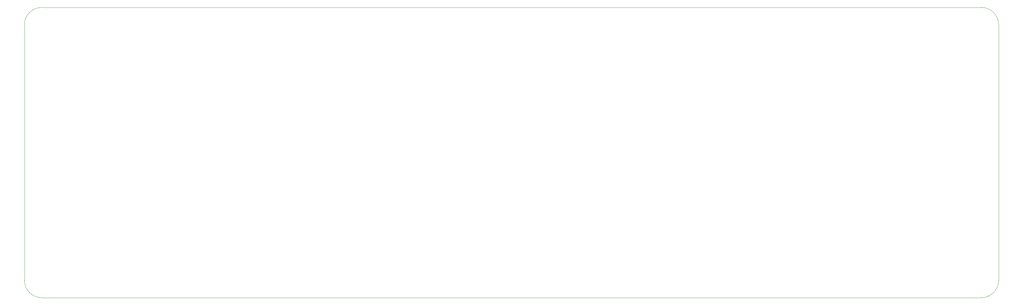
<source format=gm1>
G04 #@! TF.GenerationSoftware,KiCad,Pcbnew,(5.1.10)-1*
G04 #@! TF.CreationDate,2021-09-29T18:39:34-04:00*
G04 #@! TF.ProjectId,design,64657369-676e-42e6-9b69-6361645f7063,rev?*
G04 #@! TF.SameCoordinates,Original*
G04 #@! TF.FileFunction,Profile,NP*
%FSLAX46Y46*%
G04 Gerber Fmt 4.6, Leading zero omitted, Abs format (unit mm)*
G04 Created by KiCad (PCBNEW (5.1.10)-1) date 2021-09-29 18:39:34*
%MOMM*%
%LPD*%
G01*
G04 APERTURE LIST*
G04 #@! TA.AperFunction,Profile*
%ADD10C,0.050000*%
G04 #@! TD*
G04 APERTURE END LIST*
D10*
X292100000Y-53975000D02*
X292100000Y-54610000D01*
X292100000Y-50800000D02*
X292100000Y-53975000D01*
X6350000Y-50800000D02*
X6350000Y-54610000D01*
X287020000Y-45720000D02*
X11430000Y-45720000D01*
X6350000Y-50800000D02*
G75*
G02*
X11430000Y-45720000I5080000J0D01*
G01*
X292100000Y-54610000D02*
X292100000Y-59690000D01*
X6350000Y-125730000D02*
X6350000Y-54610000D01*
X292100000Y-125730000D02*
X292100000Y-59690000D01*
X11430000Y-130810000D02*
X287020000Y-130810000D01*
X287020000Y-45720000D02*
G75*
G02*
X292100000Y-50800000I0J-5080000D01*
G01*
X292100000Y-125730000D02*
G75*
G02*
X287020000Y-130810000I-5080000J0D01*
G01*
X11430000Y-130810000D02*
G75*
G02*
X6350000Y-125730000I0J5080000D01*
G01*
M02*

</source>
